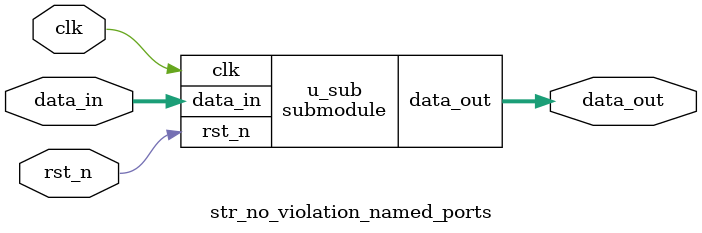
<source format=sv>

module submodule (
  input wire clk,
  input wire rst_n,
  input wire [7:0] data_in,
  output logic [7:0] data_out
);
  always_ff @(posedge clk or negedge rst_n) begin
    if (!rst_n) data_out <= 8'h00;
    else data_out <= data_in;
  end
endmodule

module str_no_violation_named_ports (
  input wire clk,
  input wire rst_n,
  input wire [7:0] data_in,
  output logic [7:0] data_out
);

  // Named port connections (good practice)
  submodule u_sub (
    .clk(clk),
    .rst_n(rst_n),
    .data_in(data_in),
    .data_out(data_out)
  );

endmodule


</source>
